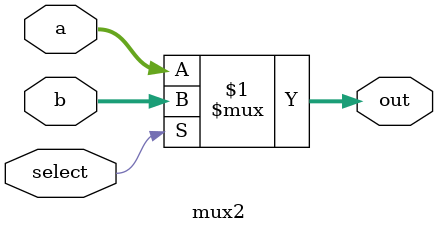
<source format=v>
`timescale 1ns / 1ps


module mux2
#(parameter N=32)
(
    input [N-1:0]a,
    input [N-1:0]b,
    input select,
    output [N-1:0]out
    );
    assign out=select?b:a; //0Ê±Ñ¡a£¬1Ê±Ñ¡b
endmodule

</source>
